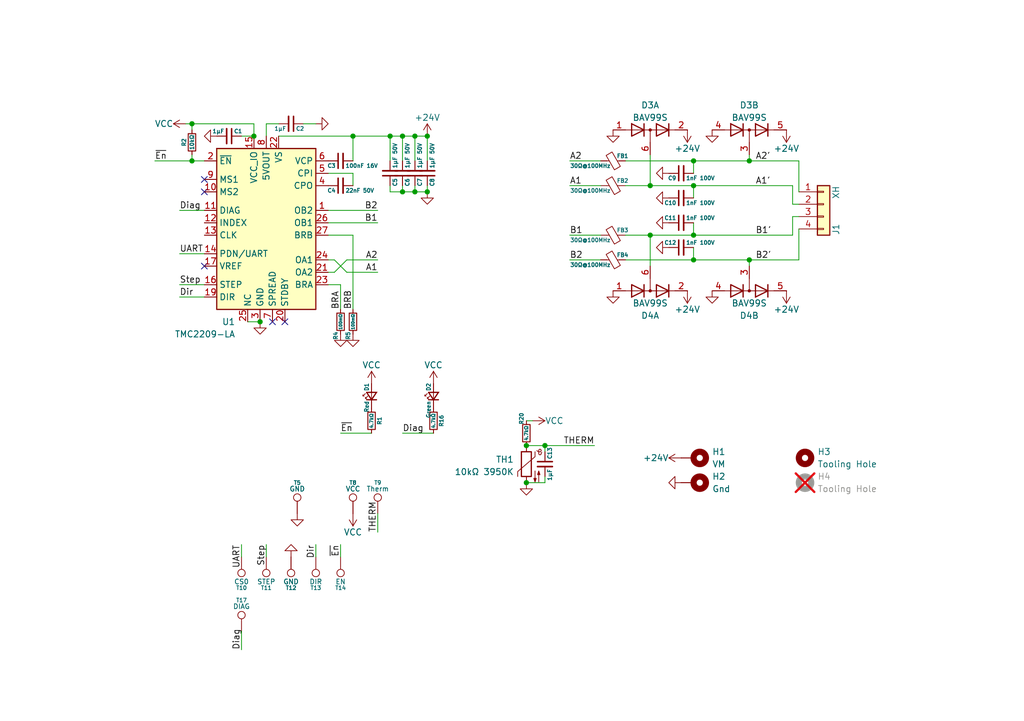
<source format=kicad_sch>
(kicad_sch (version 20231120) (generator "eeschema") (generator_version "8.0")
  (paper "A5")
  (lib_symbols
    (symbol "Connector:TestPoint" (pin_numbers hide) (pin_names (offset 0.762) hide)
      (property "Reference" "TP" (at 0 6.858 0))
      (property "Value" "TestPoint" (at 0 5.08 0))
      (symbol "TestPoint_0_1"
        (circle (center 0 3.302) (radius 0.762))
      )
      (symbol "TestPoint_1_1"
        (pin passive line (at 0 0 90) (length 2.54) (name "1") (number "1"))
      )
    )
    (symbol "Connector_Generic:Conn_01x04" (pin_names (offset 1.016) hide)
      (property "Reference" "J" (at 0 5.08 0))
      (property "Value" "Conn_01x04" (at 0 -7.62 0))
      (symbol "Conn_01x04_1_1"
        (rectangle (start -1.27 -4.953) (end 0 -5.207) (stroke (width 0.1524)))
        (rectangle (start -1.27 -2.413) (end 0 -2.667) (stroke (width 0.1524)))
        (rectangle (start -1.27 0.127) (end 0 -0.127) (stroke (width 0.1524)))
        (rectangle (start -1.27 2.667) (end 0 2.413) (stroke (width 0.1524)))
        (rectangle (start -1.27 3.81) (end 1.27 -6.35) (stroke (width 0.254)) (fill (type background)))
        (pin passive line (at -5.08 2.54 0) (length 3.81) (name "Pin_1") (number "1"))
        (pin passive line (at -5.08 0 0) (length 3.81) (name "Pin_2") (number "2"))
        (pin passive line (at -5.08 -2.54 0) (length 3.81) (name "Pin_3") (number "3"))
        (pin passive line (at -5.08 -5.08 0) (length 3.81) (name "Pin_4") (number "4"))
      )
    )
    (symbol "Device:C_Small" (pin_numbers hide) (pin_names (offset 0.254) hide)
      (property "Reference" "C" (at 0.254 1.778 0))
      (property "Value" "C_Small" (at 0.254 -2.032 0))
      (symbol "C_Small_0_1"
        (polyline (pts (xy -1.524 -0.508) (xy 1.524 -0.508)) (stroke (width 0.3302)))
        (polyline (pts (xy -1.524 0.508) (xy 1.524 0.508)) (stroke (width 0.3048)))
      )
      (symbol "C_Small_1_1"
        (pin passive line (at 0 2.54 270) (length 2.032) (name "~") (number "1"))
        (pin passive line (at 0 -2.54 90) (length 2.032) (name "~") (number "2"))
      )
    )
    (symbol "Device:FerriteBead_Small" (pin_numbers hide) (pin_names (offset 0))
      (property "Reference" "FB" (at 1.905 1.27 0))
      (property "Value" "FerriteBead_Small" (at 1.905 -1.27 0))
      (symbol "FerriteBead_Small_0_1"
        (polyline (pts (xy 0 -1.27) (xy 0 -0.7874)))
        (polyline (pts (xy 0 0.889) (xy 0 1.2954)))
        (polyline (pts (xy -1.8288 0.2794) (xy -1.1176 1.4986) (xy 1.8288 -0.2032) (xy 1.1176 -1.4224) (xy -1.8288 0.2794)))
      )
      (symbol "FerriteBead_Small_1_1"
        (pin passive line (at 0 2.54 270) (length 1.27) (name "~") (number "1"))
        (pin passive line (at 0 -2.54 90) (length 1.27) (name "~") (number "2"))
      )
    )
    (symbol "Device:LED_Small" (pin_numbers hide) (pin_names (offset 0.254) hide)
      (property "Reference" "D" (at -1.27 3.175 0))
      (property "Value" "LED_Small" (at -4.445 -2.54 0))
      (symbol "LED_Small_0_1"
        (polyline (pts (xy -0.762 -1.016) (xy -0.762 1.016)) (stroke (width 0.254)))
        (polyline (pts (xy 1.016 0) (xy -0.762 0)))
        (polyline (pts (xy 0.762 -1.016) (xy -0.762 0) (xy 0.762 1.016) (xy 0.762 -1.016)) (stroke (width 0.254)))
        (polyline (pts (xy 0 0.762) (xy -0.508 1.27) (xy -0.254 1.27) (xy -0.508 1.27) (xy -0.508 1.016)))
        (polyline (pts (xy 0.508 1.27) (xy 0 1.778) (xy 0.254 1.778) (xy 0 1.778) (xy 0 1.524)))
      )
      (symbol "LED_Small_1_1"
        (pin passive line (at -2.54 0 0) (length 1.778) (name "K") (number "1"))
        (pin passive line (at 2.54 0 180) (length 1.778) (name "A") (number "2"))
      )
    )
    (symbol "Device:R_Small" (pin_numbers hide) (pin_names (offset 0.254) hide)
      (property "Reference" "R" (at 0.762 0.508 0))
      (property "Value" "R_Small" (at 0.762 -1.016 0))
      (symbol "R_Small_0_1"
        (rectangle (start -0.762 1.778) (end 0.762 -1.778) (stroke (width 0.2032)))
      )
      (symbol "R_Small_1_1"
        (pin passive line (at 0 2.54 270) (length 0.762) (name "~") (number "1"))
        (pin passive line (at 0 -2.54 90) (length 0.762) (name "~") (number "2"))
      )
    )
    (symbol "Device:Thermistor_NTC" (pin_numbers hide) (pin_names (offset 0))
      (property "Reference" "TH" (at -4.445 0 90))
      (property "Value" "Thermistor_NTC" (at 3.175 0 90))
      (symbol "Thermistor_NTC_0_1"
        (arc (start -3.048 2.159) (mid -3.0495 2.3143) (end -3.175 2.413))
        (arc (start -3.048 2.159) (mid -2.9736 1.9794) (end -2.794 1.905))
        (arc (start -3.048 2.794) (mid -2.9736 2.6144) (end -2.794 2.54))
        (arc (start -2.794 1.905) (mid -2.6144 1.9794) (end -2.54 2.159))
        (arc (start -2.794 2.54) (mid -2.4393 2.5587) (end -2.159 2.794))
        (arc (start -2.794 3.048) (mid -2.9736 2.9736) (end -3.048 2.794))
        (arc (start -2.54 2.794) (mid -2.6144 2.9736) (end -2.794 3.048))
        (rectangle (start -1.016 2.54) (end 1.016 -2.54) (stroke (width 0.254)))
        (polyline (pts (xy -2.54 2.159) (xy -2.54 2.794)))
        (polyline (pts (xy -1.778 2.54) (xy -1.778 1.524) (xy 1.778 -1.524) (xy 1.778 -2.54)))
        (polyline (pts (xy -2.54 -3.683) (xy -2.54 -1.397) (xy -2.794 -2.159) (xy -2.286 -2.159) (xy -2.54 -1.397) (xy -2.54 -1.651)) (fill (type outline)))
        (polyline (pts (xy -1.778 -1.397) (xy -1.778 -3.683) (xy -2.032 -2.921) (xy -1.524 -2.921) (xy -1.778 -3.683) (xy -1.778 -3.429)) (fill (type outline)))
      )
      (symbol "Thermistor_NTC_1_1"
        (pin passive line (at 0 3.81 270) (length 1.27) (name "~") (number "1"))
        (pin passive line (at 0 -3.81 90) (length 1.27) (name "~") (number "2"))
      )
    )
    (symbol "Diode:BAV99S" (pin_names (offset 0.0254) hide)
      (property "Reference" "D" (at 0 2.54 0))
      (property "Value" "BAV99S" (at 0 5.08 0))
      (symbol "BAV99S_0_1"
        (polyline (pts (xy -5.08 0) (xy 5.08 0)))
        (polyline (pts (xy 0 0) (xy 0 -2.54)))
        (polyline (pts (xy -1.27 -1.27) (xy -1.27 1.27) (xy -1.27 1.27)) (stroke (width 0.254)))
        (polyline (pts (xy 3.81 1.27) (xy 3.81 -1.27) (xy 3.81 -1.27)) (stroke (width 0.254)))
        (polyline (pts (xy -3.81 1.27) (xy -1.27 0) (xy -3.81 -1.27) (xy -3.81 1.27) (xy -3.81 1.27) (xy -3.81 1.27)) (stroke (width 0.254)))
        (polyline (pts (xy 1.27 1.27) (xy 3.81 0) (xy 1.27 -1.27) (xy 1.27 1.27) (xy 1.27 1.27) (xy 1.27 1.27)) (stroke (width 0.254)))
        (circle (center 0 0) (radius 0.254) (fill (type outline)))
      )
      (symbol "BAV99S_1_1"
        (polyline (pts (xy 6.35 0) (xy 7.62 0)))
        (pin passive line (at -7.62 0 0) (length 2.54) (name "A1") (number "1"))
        (pin passive line (at 7.62 0 180) (length 2.54) (name "K2") (number "2"))
        (pin passive line (at 0 -5.08 90) (length 2.54) (name "K3A4") (number "6"))
      )
      (symbol "BAV99S_2_1"
        (polyline (pts (xy 6.35 0) (xy 7.62 0)))
        (pin passive line (at 0 -5.08 90) (length 2.54) (name "K1A2") (number "3"))
        (pin passive line (at -7.62 0 0) (length 2.54) (name "A3") (number "4"))
        (pin passive line (at 7.62 0 180) (length 2.54) (name "K4") (number "5"))
      )
    )
    (symbol "Mechanical:MountingHole" (pin_names (offset 1.016))
      (property "Reference" "H" (at 0 5.08 0))
      (property "Value" "MountingHole" (at 0 3.175 0))
      (symbol "MountingHole_0_1"
        (circle (center 0 0) (radius 1.27) (stroke (width 1.27)))
      )
    )
    (symbol "Mechanical:MountingHole_Pad" (pin_numbers hide) (pin_names (offset 1.016) hide)
      (property "Reference" "H" (at 0 6.35 0))
      (property "Value" "MountingHole_Pad" (at 0 4.445 0))
      (symbol "MountingHole_Pad_0_1"
        (circle (center 0 1.27) (radius 1.27) (stroke (width 1.27)))
      )
      (symbol "MountingHole_Pad_1_1"
        (pin input line (at 0 -2.54 90) (length 2.54) (name "1") (number "1"))
      )
    )
    (symbol "corevus:TMC2209-LA"
      (property "Reference" "U" (at -7.62 -19.05 0))
      (property "Value" "TMC2209-LA" (at -7.62 -21.59 0))
      (symbol "TMC2209-LA_0_0"
        (pin power_out line (at 12.7 3.81 180) (length 2.54) (name "OB2") (number "1"))
        (pin input line (at -12.7 7.62 0) (length 2.54) (name "MS2") (number "10"))
        (pin power_in line (at 12.7 -8.89 180) (length 2.54) (name "OA2") (number "21"))
        (pin power_in line (at 2.54 19.05 270) (length 2.54) (name "VS") (number "22"))
        (pin power_in line (at 12.7 -11.43 180) (length 2.54) (name "BRA") (number "23"))
        (pin power_in line (at 12.7 -6.35 180) (length 2.54) (name "OA1") (number "24"))
        (pin power_in line (at 12.7 1.27 180) (length 2.54) (name "OB1") (number "26"))
        (pin power_in line (at 12.7 -1.27 180) (length 2.54) (name "BRB") (number "27"))
        (pin power_out line (at 12.7 8.89 180) (length 2.54) (name "CPO") (number "4"))
        (pin power_in line (at 12.7 11.43 180) (length 2.54) (name "CPI") (number "5"))
        (pin power_in line (at 12.7 13.97 180) (length 2.54) (name "VCP") (number "6"))
        (pin input line (at -12.7 10.16 0) (length 2.54) (name "MS1") (number "9"))
      )
      (symbol "TMC2209-LA_0_1"
        (rectangle (start -10.16 16.51) (end 10.16 -16.51) (stroke (width 0.254)) (fill (type background)))
      )
      (symbol "TMC2209-LA_1_0"
        (pin output line (at -12.7 3.81 0) (length 2.54) (name "DIAG") (number "11"))
        (pin output line (at -12.7 1.27 0) (length 2.54) (name "INDEX") (number "12"))
        (pin input line (at -12.7 -1.27 0) (length 2.54) (name "CLK") (number "13"))
        (pin bidirectional line (at -12.7 -5.08 0) (length 2.54) (name "PDN/UART") (number "14"))
        (pin input line (at -2.54 19.05 270) (length 2.54) (name "VCC_IO") (number "15"))
        (pin input line (at -12.7 -11.43 0) (length 2.54) (name "STEP") (number "16"))
        (pin input line (at -12.7 -7.62 0) (length 2.54) (name "VREF") (number "17"))
        (pin power_in line (at -1.27 -19.05 90) (length 2.54) hide (name "Gnd") (number "18"))
        (pin input line (at -12.7 -13.97 0) (length 2.54) (name "DIR") (number "19"))
        (pin input line (at -12.7 13.97 0) (length 2.54) (name "~{EN}") (number "2"))
        (pin passive line (at 3.81 -19.05 90) (length 2.54) (name "STDBY") (number "20"))
        (pin passive line (at -3.81 -19.05 90) (length 2.54) (name "NC") (number "25"))
        (pin unspecified line (at 2.54 19.05 270) (length 2.54) hide (name "VS") (number "28"))
        (pin unspecified line (at -1.27 -19.05 90) (length 2.54) hide (name "Pad") (number "29"))
        (pin power_in line (at -1.27 -19.05 90) (length 2.54) (name "GND") (number "3"))
        (pin passive line (at 1.27 -19.05 90) (length 2.54) (name "SPREAD") (number "7"))
        (pin power_out line (at 0 19.05 270) (length 2.54) (name "5VOUT") (number "8"))
      )
    )
    (symbol "power:+24V" (power) (pin_numbers hide) (pin_names (offset 0) hide)
      (property "Value" "+24V" (at 0 3.556 0))
      (symbol "+24V_0_1"
        (polyline (pts (xy -0.762 1.27) (xy 0 2.54)))
        (polyline (pts (xy 0 0) (xy 0 2.54)))
        (polyline (pts (xy 0 2.54) (xy 0.762 1.27)))
      )
      (symbol "+24V_1_1"
        (pin power_in line (at 0 0 90) (length 0) (name "~") (number "1"))
      )
    )
    (symbol "power:GND" (power) (pin_names (offset 0))
      (property "Value" "GND" (at 0 -3.81 0))
      (symbol "GND_0_1"
        (polyline (pts (xy 0 0) (xy 0 -1.27) (xy 1.27 -1.27) (xy 0 -2.54) (xy -1.27 -1.27) (xy 0 -1.27)))
      )
      (symbol "GND_1_1"
        (pin power_in line (at 0 0 270) (length 0) hide (name "GND") (number "1"))
      )
    )
    (symbol "power:VCC" (power) (pin_names (offset 0))
      (property "Value" "VCC" (at 0 3.81 0))
      (symbol "VCC_0_1"
        (polyline (pts (xy -0.762 1.27) (xy 0 2.54)))
        (polyline (pts (xy 0 0) (xy 0 2.54)))
        (polyline (pts (xy 0 2.54) (xy 0.762 1.27)))
      )
      (symbol "VCC_1_1"
        (pin power_in line (at 0 0 90) (length 0) hide (name "VCC") (number "1"))
      )
    )
  )
  (junction (at 111.76 91.44))
  (junction (at 87.63 39.37))
  (junction (at 142.24 38.1))
  (junction (at 53.34 66.04))
  (junction (at 82.55 39.37))
  (junction (at 153.67 53.34))
  (junction (at 39.37 33.02))
  (junction (at 52.07 27.94))
  (junction (at 107.95 91.44))
  (junction (at 80.01 27.94))
  (junction (at 142.24 33.02))
  (junction (at 133.35 48.26))
  (junction (at 87.63 27.94))
  (junction (at 82.55 27.94))
  (junction (at 85.09 27.94))
  (junction (at 85.09 39.37))
  (junction (at 153.67 33.02))
  (junction (at 107.95 99.06))
  (junction (at 142.24 48.26))
  (junction (at 72.39 27.94))
  (junction (at 39.37 25.4))
  (junction (at 142.24 53.34))
  (junction (at 133.35 38.1))
  (no_connect (at 58.42 66.04))
  (no_connect (at 41.91 54.61))
  (no_connect (at 41.91 39.37))
  (no_connect (at 55.88 66.04))
  (no_connect (at 41.91 36.83))
  (wire (pts (xy 133.35 48.26) (xy 142.24 48.26)))
  (wire (pts (xy 111.76 91.44) (xy 111.76 92.71)))
  (wire (pts (xy 31.75 33.02) (xy 39.37 33.02)))
  (wire (pts (xy 38.1 25.4) (xy 39.37 25.4)))
  (wire (pts (xy 67.31 45.72) (xy 77.47 45.72)))
  (wire (pts (xy 162.56 48.26) (xy 162.56 44.45)))
  (wire (pts (xy 50.8 66.04) (xy 53.34 66.04)))
  (wire (pts (xy 111.76 91.44) (xy 121.92 91.44)))
  (wire (pts (xy 67.31 35.56) (xy 72.39 35.56)))
  (wire (pts (xy 128.27 53.34) (xy 142.24 53.34)))
  (wire (pts (xy 85.09 27.94) (xy 87.63 27.94)))
  (wire (pts (xy 39.37 26.67) (xy 39.37 25.4)))
  (wire (pts (xy 68.58 53.34) (xy 71.12 55.88)))
  (wire (pts (xy 133.35 31.75) (xy 133.35 38.1)))
  (wire (pts (xy 54.61 25.4) (xy 54.61 27.94)))
  (wire (pts (xy 67.31 58.42) (xy 69.85 58.42)))
  (wire (pts (xy 39.37 25.4) (xy 52.07 25.4)))
  (wire (pts (xy 82.55 39.37) (xy 85.09 39.37)))
  (wire (pts (xy 116.84 48.26) (xy 123.19 48.26)))
  (wire (pts (xy 163.83 46.99) (xy 163.83 53.34)))
  (wire (pts (xy 69.85 58.42) (xy 69.85 63.5)))
  (wire (pts (xy 54.61 111.76) (xy 54.61 114.3)))
  (wire (pts (xy 72.39 35.56) (xy 72.39 38.1)))
  (wire (pts (xy 142.24 33.02) (xy 142.24 35.56)))
  (wire (pts (xy 54.61 25.4) (xy 57.15 25.4)))
  (wire (pts (xy 80.01 27.94) (xy 80.01 33.02)))
  (wire (pts (xy 142.24 38.1) (xy 162.56 38.1)))
  (wire (pts (xy 52.07 25.4) (xy 52.07 27.94)))
  (wire (pts (xy 142.24 45.72) (xy 142.24 48.26)))
  (wire (pts (xy 80.01 39.37) (xy 80.01 38.1)))
  (wire (pts (xy 109.22 86.36) (xy 107.95 86.36)))
  (wire (pts (xy 71.12 53.34) (xy 68.58 55.88)))
  (wire (pts (xy 67.31 43.18) (xy 77.47 43.18)))
  (wire (pts (xy 49.53 133.35) (xy 49.53 129.54)))
  (wire (pts (xy 162.56 44.45) (xy 163.83 44.45)))
  (wire (pts (xy 116.84 33.02) (xy 123.19 33.02)))
  (wire (pts (xy 36.83 60.96) (xy 41.91 60.96)))
  (wire (pts (xy 87.63 38.1) (xy 87.63 39.37)))
  (wire (pts (xy 142.24 50.8) (xy 142.24 53.34)))
  (wire (pts (xy 111.76 91.44) (xy 107.95 91.44)))
  (wire (pts (xy 82.55 39.37) (xy 80.01 39.37)))
  (wire (pts (xy 82.55 27.94) (xy 85.09 27.94)))
  (wire (pts (xy 107.95 99.06) (xy 111.76 99.06)))
  (wire (pts (xy 116.84 53.34) (xy 123.19 53.34)))
  (wire (pts (xy 72.39 33.02) (xy 72.39 27.94)))
  (wire (pts (xy 85.09 27.94) (xy 85.09 33.02)))
  (wire (pts (xy 162.56 41.91) (xy 162.56 38.1)))
  (wire (pts (xy 64.77 25.4) (xy 62.23 25.4)))
  (wire (pts (xy 153.67 33.02) (xy 163.83 33.02)))
  (wire (pts (xy 128.27 48.26) (xy 133.35 48.26)))
  (wire (pts (xy 72.39 27.94) (xy 80.01 27.94)))
  (wire (pts (xy 142.24 33.02) (xy 153.67 33.02)))
  (wire (pts (xy 133.35 48.26) (xy 133.35 54.61)))
  (wire (pts (xy 39.37 33.02) (xy 41.91 33.02)))
  (wire (pts (xy 67.31 48.26) (xy 72.39 48.26)))
  (wire (pts (xy 67.31 55.88) (xy 68.58 55.88)))
  (wire (pts (xy 82.55 27.94) (xy 80.01 27.94)))
  (wire (pts (xy 133.35 38.1) (xy 142.24 38.1)))
  (wire (pts (xy 82.55 88.9) (xy 88.9 88.9)))
  (wire (pts (xy 71.12 55.88) (xy 77.47 55.88)))
  (wire (pts (xy 64.77 111.76) (xy 64.77 114.3)))
  (wire (pts (xy 153.67 53.34) (xy 153.67 54.61)))
  (wire (pts (xy 67.31 53.34) (xy 68.58 53.34)))
  (wire (pts (xy 82.55 27.94) (xy 82.55 33.02)))
  (wire (pts (xy 87.63 39.37) (xy 85.09 39.37)))
  (wire (pts (xy 142.24 38.1) (xy 142.24 40.64)))
  (wire (pts (xy 85.09 38.1) (xy 85.09 39.37)))
  (wire (pts (xy 36.83 43.18) (xy 41.91 43.18)))
  (wire (pts (xy 72.39 48.26) (xy 72.39 63.5)))
  (wire (pts (xy 69.85 111.76) (xy 69.85 114.3)))
  (wire (pts (xy 82.55 38.1) (xy 82.55 39.37)))
  (wire (pts (xy 57.15 27.94) (xy 72.39 27.94)))
  (wire (pts (xy 69.85 88.9) (xy 76.2 88.9)))
  (wire (pts (xy 116.84 38.1) (xy 123.19 38.1)))
  (wire (pts (xy 111.76 97.79) (xy 111.76 99.06)))
  (wire (pts (xy 128.27 38.1) (xy 133.35 38.1)))
  (wire (pts (xy 49.53 111.76) (xy 49.53 114.3)))
  (wire (pts (xy 36.83 58.42) (xy 41.91 58.42)))
  (wire (pts (xy 87.63 27.94) (xy 87.63 33.02)))
  (wire (pts (xy 153.67 53.34) (xy 163.83 53.34)))
  (wire (pts (xy 163.83 39.37) (xy 163.83 33.02)))
  (wire (pts (xy 77.47 109.22) (xy 77.47 105.41)))
  (wire (pts (xy 163.83 41.91) (xy 162.56 41.91)))
  (wire (pts (xy 142.24 48.26) (xy 162.56 48.26)))
  (wire (pts (xy 39.37 31.75) (xy 39.37 33.02)))
  (wire (pts (xy 128.27 33.02) (xy 142.24 33.02)))
  (wire (pts (xy 36.83 52.07) (xy 41.91 52.07)))
  (wire (pts (xy 142.24 53.34) (xy 153.67 53.34)))
  (wire (pts (xy 49.53 27.94) (xy 52.07 27.94)))
  (wire (pts (xy 71.12 53.34) (xy 77.47 53.34)))
  (wire (pts (xy 153.67 31.75) (xy 153.67 33.02)))
  (label "Diag" (at 49.53 133.35 90))
  (label "B2" (at 116.84 53.34 0))
  (label "A1" (at 77.47 55.88 180))
  (label "B1" (at 116.84 48.26 0))
  (label "A2" (at 116.84 33.02 0))
  (label "Dir" (at 64.77 111.76 270))
  (label "UART" (at 49.53 111.76 270))
  (label "Diag" (at 36.83 43.18 0))
  (label "~{En}" (at 69.85 111.76 270))
  (label "B2'" (at 154.94 53.34 0))
  (label "A2'" (at 154.94 33.02 0))
  (label "~{En}" (at 31.75 33.02 0))
  (label "THERM" (at 121.92 91.44 180))
  (label "Dir" (at 36.83 60.96 0))
  (label "~{En}" (at 69.85 88.9 0))
  (label "BRA" (at 69.85 63.5 90))
  (label "A2" (at 77.47 53.34 180))
  (label "B2" (at 77.47 43.18 180))
  (label "B1'" (at 154.94 48.26 0))
  (label "A1" (at 116.84 38.1 0))
  (label "THERM" (at 77.47 109.22 90))
  (label "Step" (at 54.61 111.76 270))
  (label "Step" (at 36.83 58.42 0))
  (label "Diag" (at 82.55 88.9 0))
  (label "A1'" (at 154.94 38.1 0))
  (label "UART" (at 36.83 52.07 0))
  (label "BRB" (at 72.39 63.5 90))
  (label "B1" (at 77.47 45.72 180))
  (symbol (lib_id "Device:C_Small") (at 59.69 25.4 270) (mirror x) (unit 1)
    (property "Reference" "C2" (at 60.69 26.4 90) (effects (font (size 0.8 0.8)) (justify left)))
    (property "Value" "1μF" (at 58.69 26.4 90) (effects (font (size 0.8 0.8)) (justify right)))
    (property "Footprint" "AlphaLib:0402C" (effects (hide yes)))
    (property "LCSC" "C1525" (effects (hide yes)))
  )
  (symbol (lib_id "Connector:TestPoint") (at 59.69 114.3 0) (mirror x) (unit 1)
    (property "Reference" "T12" (at 59.69 120.65 0) (effects (font (size 0.8 0.8))))
    (property "Value" "GND" (at 59.69 119.38 0) (effects (font (size 1 1))))
    (property "Footprint" "corevus:LGA_Land_2.5mm" (effects (hide yes)))
  )
  (symbol (lib_id "power:VCC") (at 88.9 78.74 0) (unit 1)
    (property "Reference" "#PWR031" (effects (hide yes)))
    (property "Value" "VCC" (at 88.9 74.93 0))
  )
  (symbol (lib_id "power:GND") (at 107.95 99.06 0) (unit 1)
    (property "Reference" "#PWR044" (effects (hide yes)))
    (property "Value" "GND" (effects (hide yes)))
  )
  (symbol (lib_id "power:+24V") (at 140.97 26.67 180) (unit 1)
    (property "Reference" "#PWR018" (effects (hide yes)))
    (property "Value" "+24V" (at 140.97 30.48 0))
    (property "Description" "Power symbol creates a global label with name \"+24V\"" (effects (hide yes)))
  )
  (symbol (lib_id "Diode:BAV99S") (at 153.67 26.67 0) (unit 2)
    (property "Reference" "D3" (at 153.67 21.59 0))
    (property "Value" "BAV99S" (at 153.67 24.13 0))
    (property "Footprint" "Package_TO_SOT_SMD:SOT-363_SC-70-6" (effects (hide yes)))
    (property "Datasheet" "https://assets.nexperia.com/documents/data-sheet/BAV99_SER.pdf" (effects (hide yes)))
    (property "Description" "High-speed switching diodes, dual series, SOT-363" (effects (hide yes)))
  )
  (symbol (lib_id "Device:C_Small") (at 82.55 35.56 180) (unit 1)
    (property "Reference" "C6" (at 83.55 36.56 90) (effects (font (size 0.8 0.8)) (justify left)))
    (property "Value" "1μF 50V" (at 83.55 34.56 90) (effects (font (size 0.8 0.8)) (justify right)))
    (property "Footprint" "AlphaLib:0603C" (effects (hide yes)))
    (property "LCSC" "C15849" (effects (hide yes)))
  )
  (symbol (lib_id "Connector:TestPoint") (at 54.61 114.3 0) (mirror x) (unit 1)
    (property "Reference" "T11" (at 54.61 120.65 0) (effects (font (size 0.8 0.8))))
    (property "Value" "STEP" (at 54.61 119.38 0) (effects (font (size 1 1))))
    (property "Footprint" "corevus:LGA_Land_2.5mm" (effects (hide yes)))
  )
  (symbol (lib_id "Connector_Generic:Conn_01x04") (at 168.91 41.91 0) (unit 1)
    (property "Reference" "J1" (at 171.45 48.26 90) (effects (justify left)))
    (property "Value" "XH" (at 171.45 38.1 90) (effects (justify right)))
    (property "Footprint" "corevus:XH_1x04_SMD_Vertical" (effects (hide yes)))
    (property "Description" "Generic connector, single row, 01x04, script generated (kicad-library-utils/schlib/autogen/connector/)" (effects (hide yes)))
  )
  (symbol (lib_id "Connector:TestPoint") (at 64.77 114.3 0) (mirror x) (unit 1)
    (property "Reference" "T13" (at 64.77 120.65 0) (effects (font (size 0.8 0.8))))
    (property "Value" "DIR" (at 64.77 119.38 0) (effects (font (size 1 1))))
    (property "Footprint" "corevus:LGA_Land_2.5mm" (effects (hide yes)))
  )
  (symbol (lib_id "power:GND") (at 44.45 27.94 270) (unit 1)
    (property "Reference" "#PWR01" (effects (hide yes)))
    (property "Value" "GND" (effects (hide yes)))
  )
  (symbol (lib_id "power:GND") (at 60.96 105.41 0) (unit 1)
    (property "Reference" "#PWR015" (effects (hide yes)))
    (property "Value" "GND" (effects (hide yes)))
  )
  (symbol (lib_id "Diode:BAV99S") (at 133.35 59.69 0) (mirror x) (unit 1)
    (property "Reference" "D4" (at 133.35 64.77 0))
    (property "Value" "BAV99S" (at 133.35 62.23 0))
    (property "Footprint" "Package_TO_SOT_SMD:SOT-363_SC-70-6" (effects (hide yes)))
    (property "Datasheet" "https://assets.nexperia.com/documents/data-sheet/BAV99_SER.pdf" (effects (hide yes)))
    (property "Description" "High-speed switching diodes, dual series, SOT-363" (effects (hide yes)))
  )
  (symbol (lib_id "power:GND") (at 64.77 25.4 90) (mirror x) (unit 1)
    (property "Reference" "#PWR03" (effects (hide yes)))
    (property "Value" "GND" (effects (hide yes)))
  )
  (symbol (lib_id "Device:R_Small") (at 76.2 86.36 0) (mirror y) (unit 1)
    (property "Reference" "R1" (at 77.83 86.36 90) (effects (font (size 0.8 0.8))))
    (property "Value" "4.7kΩ" (at 76.2 86.36 90) (effects (font (size 0.7 0.7))))
    (property "Footprint" "AlphaLib:0402R" (effects (hide yes)))
  )
  (symbol (lib_id "Connector:TestPoint") (at 49.53 129.54 0) (unit 1)
    (property "Reference" "T17" (at 49.53 123.19 0) (effects (font (size 0.8 0.8))))
    (property "Value" "DIAG" (at 49.53 124.46 0) (effects (font (size 1 1))))
    (property "Footprint" "corevus:LGA_Land_2.5mm" (effects (hide yes)))
  )
  (symbol (lib_id "power:VCC") (at 76.2 78.74 0) (unit 1)
    (property "Reference" "#PWR022" (effects (hide yes)))
    (property "Value" "VCC" (at 76.2 74.93 0))
  )
  (symbol (lib_id "power:GND") (at 125.73 59.69 0) (unit 1)
    (property "Reference" "#PWR011" (effects (hide yes)))
    (property "Value" "GND" (effects (hide yes)))
  )
  (symbol (lib_id "Device:R_Small") (at 39.37 29.21 0) (unit 1)
    (property "Reference" "R2" (at 37.74 29.21 90) (effects (font (size 0.8 0.8))))
    (property "Value" "10kΩ" (at 39.37 29.21 90) (effects (font (size 0.8 0.8))))
    (property "Footprint" "AlphaLib:0402R" (effects (hide yes)))
  )
  (symbol (lib_id "Diode:BAV99S") (at 133.35 26.67 0) (unit 1)
    (property "Reference" "D3" (at 133.35 21.59 0))
    (property "Value" "BAV99S" (at 133.35 24.13 0))
    (property "Footprint" "Package_TO_SOT_SMD:SOT-363_SC-70-6" (effects (hide yes)))
    (property "Datasheet" "https://assets.nexperia.com/documents/data-sheet/BAV99_SER.pdf" (effects (hide yes)))
    (property "Description" "High-speed switching diodes, dual series, SOT-363" (effects (hide yes)))
  )
  (symbol (lib_id "power:+24V") (at 140.97 59.69 180) (unit 1)
    (property "Reference" "#PWR020" (effects (hide yes)))
    (property "Value" "+24V" (at 140.97 63.5 0))
    (property "Description" "Power symbol creates a global label with name \"+24V\"" (effects (hide yes)))
  )
  (symbol (lib_id "power:+24V") (at 161.29 26.67 180) (unit 1)
    (property "Reference" "#PWR026" (effects (hide yes)))
    (property "Value" "+24V" (at 161.29 30.48 0))
    (property "Description" "Power symbol creates a global label with name \"+24V\"" (effects (hide yes)))
  )
  (symbol (lib_id "Device:R_Small") (at 88.9 86.36 0) (mirror y) (unit 1)
    (property "Reference" "R16" (at 90.53 86.36 90) (effects (font (size 0.8 0.8))))
    (property "Value" "4.7kΩ" (at 88.9 86.36 90) (effects (font (size 0.7 0.7))))
    (property "Footprint" "AlphaLib:0402R" (effects (hide yes)))
  )
  (symbol (lib_id "Device:Thermistor_NTC") (at 107.95 95.25 0) (mirror y) (unit 1)
    (property "Reference" "TH1" (at 105.41 94.2975 0) (effects (justify left)))
    (property "Value" "10kΩ 3950K" (at 105.41 96.8375 0) (effects (justify left)))
    (property "Footprint" "AlphaLib:0402R" (effects (hide yes)))
  )
  (symbol (lib_id "power:+24V") (at 87.63 27.94 0) (unit 1)
    (property "Reference" "#PWR08" (effects (hide yes)))
    (property "Value" "+24V" (at 87.63 24.13 0))
    (property "Description" "Power symbol creates a global label with name \"+24V\"" (effects (hide yes)))
  )
  (symbol (lib_id "Connector:TestPoint") (at 69.85 114.3 0) (mirror x) (unit 1)
    (property "Reference" "T14" (at 69.85 120.65 0) (effects (font (size 0.8 0.8))))
    (property "Value" "EN" (at 69.85 119.38 0) (effects (font (size 1 1))))
    (property "Footprint" "corevus:LGA_Land_2.5mm" (effects (hide yes)))
  )
  (symbol (lib_id "power:VCC") (at 72.39 105.41 180) (unit 1)
    (property "Reference" "#PWR019" (effects (hide yes)))
    (property "Value" "VCC" (at 72.39 109.22 0))
  )
  (symbol (lib_id "power:+24V") (at 139.7 93.98 90) (unit 1)
    (property "Reference" "#PWR09" (effects (hide yes)))
    (property "Value" "+24V" (at 137.16 93.98 90) (effects (justify left)))
    (property "Description" "Power symbol creates a global label with name \"+24V\"" (effects (hide yes)))
  )
  (symbol (lib_id "Device:C_Small") (at 80.01 35.56 180) (unit 1)
    (property "Reference" "C5" (at 81.01 36.56 90) (effects (font (size 0.8 0.8)) (justify left)))
    (property "Value" "1μF 50V" (at 81.01 34.56 90) (effects (font (size 0.8 0.8)) (justify right)))
    (property "Footprint" "AlphaLib:0603C" (effects (hide yes)))
    (property "LCSC" "C15849" (effects (hide yes)))
  )
  (symbol (lib_id "Device:FerriteBead_Small") (at 125.73 38.1 270) (mirror x) (unit 1)
    (property "Reference" "FB2" (at 126.492 37.084 90) (effects (font (size 0.8 0.8)) (justify left)))
    (property "Value" "30Ω@100MHz" (at 125.222 39.116 90) (effects (font (size 0.8 0.8)) (justify right)))
    (property "Footprint" "Resistor_SMD:R_0805_2012Metric" (effects (hide yes)))
    (property "Description" "Ferrite bead, small symbol" (effects (hide yes)))
  )
  (symbol (lib_id "Device:LED_Small") (at 76.2 81.28 90) (unit 1)
    (property "Reference" "D1" (at 75.2 80.28 0) (effects (font (size 0.8 0.8)) (justify left)))
    (property "Value" "Red" (at 75.2 82.28 0) (effects (font (size 0.8 0.8)) (justify right)))
    (property "Footprint" "AlphaLib:0402LED" (effects (hide yes)))
  )
  (symbol (lib_id "power:GND") (at 72.39 68.58 0) (mirror y) (unit 1)
    (property "Reference" "#PWR05" (effects (hide yes)))
    (property "Value" "GND" (effects (hide yes)))
  )
  (symbol (lib_id "Device:FerriteBead_Small") (at 125.73 33.02 270) (mirror x) (unit 1)
    (property "Reference" "FB1" (at 126.492 32.004 90) (effects (font (size 0.8 0.8)) (justify left)))
    (property "Value" "30Ω@100MHz" (at 125.222 34.036 90) (effects (font (size 0.8 0.8)) (justify right)))
    (property "Footprint" "Resistor_SMD:R_0805_2012Metric" (effects (hide yes)))
    (property "Description" "Ferrite bead, small symbol" (effects (hide yes)))
  )
  (symbol (lib_id "Connector:TestPoint") (at 49.53 114.3 180) (unit 1)
    (property "Reference" "T10" (at 49.53 120.65 0) (effects (font (size 0.8 0.8))))
    (property "Value" "CS0" (at 49.53 119.38 0) (effects (font (size 1 1))))
    (property "Footprint" "corevus:LGA_Land_2.5mm" (effects (hide yes)))
  )
  (symbol (lib_id "power:+24V") (at 161.29 59.69 180) (unit 1)
    (property "Reference" "#PWR024" (effects (hide yes)))
    (property "Value" "+24V" (at 161.29 63.5 0))
    (property "Description" "Power symbol creates a global label with name \"+24V\"" (effects (hide yes)))
  )
  (symbol (lib_id "power:GND") (at 137.16 45.72 270) (mirror x) (unit 1)
    (property "Reference" "#PWR016" (effects (hide yes)))
    (property "Value" "GND" (effects (hide yes)))
  )
  (symbol (lib_id "Device:C_Small") (at 111.76 95.25 0) (mirror y) (unit 1)
    (property "Reference" "C13" (at 112.76 94.25 90) (effects (font (size 0.8 0.8)) (justify left)))
    (property "Value" "1μF" (at 112.76 96.25 90) (effects (font (size 0.8 0.8)) (justify right)))
    (property "Footprint" "AlphaLib:0402C" (effects (hide yes)))
  )
  (symbol (lib_id "power:GND") (at 87.63 39.37 0) (unit 1)
    (property "Reference" "#PWR06" (effects (hide yes)))
    (property "Value" "GND" (effects (hide yes)))
  )
  (symbol (lib_id "Device:C_Small") (at 46.99 27.94 270) (unit 1)
    (property "Reference" "C1" (at 47.99 26.94 90) (effects (font (size 0.8 0.8)) (justify left)))
    (property "Value" "1μF" (at 45.99 26.94 90) (effects (font (size 0.8 0.8)) (justify right)))
    (property "Footprint" "AlphaLib:0402C" (effects (hide yes)))
    (property "LCSC" "C1525" (effects (hide yes)))
  )
  (symbol (lib_id "power:GND") (at 69.85 68.58 0) (mirror y) (unit 1)
    (property "Reference" "#PWR04" (effects (hide yes)))
    (property "Value" "GND" (effects (hide yes)))
  )
  (symbol (lib_id "power:GND") (at 137.16 40.64 270) (mirror x) (unit 1)
    (property "Reference" "#PWR014" (effects (hide yes)))
    (property "Value" "GND" (effects (hide yes)))
  )
  (symbol (lib_id "power:VCC") (at 38.1 25.4 90) (unit 1)
    (property "Reference" "#PWR07" (effects (hide yes)))
    (property "Value" "VCC" (at 35.56 25.4 90) (effects (justify left)))
  )
  (symbol (lib_id "Mechanical:MountingHole") (at 165.1 99.06 0) (unit 1) (in_bom no) (on_board no) (dnp yes)
    (property "Reference" "H4" (at 167.64 97.7899 0) (effects (justify left)))
    (property "Value" "Tooling Hole" (at 167.64 100.3299 0) (effects (justify left)))
    (property "Footprint" "corevus:ToolingHole" (effects (hide yes)))
  )
  (symbol (lib_id "power:GND") (at 137.16 35.56 270) (mirror x) (unit 1)
    (property "Reference" "#PWR012" (effects (hide yes)))
    (property "Value" "GND" (effects (hide yes)))
  )
  (symbol (lib_id "power:GND") (at 53.34 66.04 0) (unit 1)
    (property "Reference" "#PWR02" (effects (hide yes)))
    (property "Value" "GND" (effects (hide yes)))
  )
  (symbol (lib_id "Mechanical:MountingHole_Pad") (at 142.24 93.98 270) (unit 1) (in_bom no)
    (property "Reference" "H1" (at 146.05 92.71 90) (effects (justify left)))
    (property "Value" "VM" (at 146.05 95.25 90) (effects (justify left)))
    (property "Footprint" "corevus:MountingHole_M3_Driver_Corner" (effects (hide yes)))
  )
  (symbol (lib_id "Mechanical:MountingHole_Pad") (at 142.24 99.06 270) (unit 1) (in_bom no)
    (property "Reference" "H2" (at 146.05 97.79 90) (effects (justify left)))
    (property "Value" "Gnd" (at 146.05 100.33 90) (effects (justify left)))
    (property "Footprint" "corevus:MountingHole_M3_Driver_Corner" (effects (hide yes)))
  )
  (symbol (lib_id "power:GND") (at 59.69 114.3 0) (mirror x) (unit 1)
    (property "Reference" "#PWR013" (effects (hide yes)))
    (property "Value" "GND" (effects (hide yes)))
  )
  (symbol (lib_id "Device:R_Small") (at 107.95 88.9 180) (unit 1)
    (property "Reference" "R20" (at 106.95 85.9 90) (effects (font (size 0.8 0.8))))
    (property "Value" "4.7kΩ" (at 107.95 88.9 90) (effects (font (size 0.7 0.7))))
    (property "Footprint" "AlphaLib:0402R" (effects (hide yes)))
  )
  (symbol (lib_id "Device:FerriteBead_Small") (at 125.73 53.34 270) (mirror x) (unit 1)
    (property "Reference" "FB4" (at 126.492 52.324 90) (effects (font (size 0.8 0.8)) (justify left)))
    (property "Value" "30Ω@100MHz" (at 125.222 54.356 90) (effects (font (size 0.8 0.8)) (justify right)))
    (property "Footprint" "Resistor_SMD:R_0805_2012Metric" (effects (hide yes)))
    (property "Description" "Ferrite bead, small symbol" (effects (hide yes)))
  )
  (symbol (lib_id "Device:C_Small") (at 69.85 33.02 90) (unit 1)
    (property "Reference" "C3" (at 68.85 34.02 90) (effects (font (size 0.8 0.8)) (justify left)))
    (property "Value" "100nF 16V" (at 70.85 34.02 90) (effects (font (size 0.8 0.8)) (justify right)))
    (property "Footprint" "AlphaLib:0402C" (effects (hide yes)))
    (property "LCSC" "C1525" (effects (hide yes)))
  )
  (symbol (lib_id "Device:C_Small") (at 139.7 50.8 90) (mirror x) (unit 1)
    (property "Reference" "C12" (at 138.7 49.8 90) (effects (font (size 0.8 0.8)) (justify left)))
    (property "Value" "1nF 100V" (at 140.7 49.8 90) (effects (font (size 0.8 0.8)) (justify right)))
    (property "Footprint" "PCM_ME_passives:0402C" (effects (hide yes)))
  )
  (symbol (lib_id "Device:C_Small") (at 139.7 40.64 90) (unit 1)
    (property "Reference" "C10" (at 138.7 41.64 90) (effects (font (size 0.8 0.8)) (justify left)))
    (property "Value" "1nF 100V" (at 140.7 41.64 90) (effects (font (size 0.8 0.8)) (justify right)))
    (property "Footprint" "PCM_ME_passives:0402C" (effects (hide yes)))
  )
  (symbol (lib_id "Diode:BAV99S") (at 153.67 59.69 0) (mirror x) (unit 2)
    (property "Reference" "D4" (at 153.67 64.77 0))
    (property "Value" "BAV99S" (at 153.67 62.23 0))
    (property "Footprint" "Package_TO_SOT_SMD:SOT-363_SC-70-6" (effects (hide yes)))
    (property "Datasheet" "https://assets.nexperia.com/documents/data-sheet/BAV99_SER.pdf" (effects (hide yes)))
    (property "Description" "High-speed switching diodes, dual series, SOT-363" (effects (hide yes)))
  )
  (symbol (lib_id "Mechanical:MountingHole") (at 165.1 93.98 0) (unit 1) (in_bom no)
    (property "Reference" "H3" (at 167.64 92.7099 0) (effects (justify left)))
    (property "Value" "Tooling Hole" (at 167.64 95.2499 0) (effects (justify left)))
    (property "Footprint" "corevus:ToolingHole" (effects (hide yes)))
  )
  (symbol (lib_id "Device:C_Small") (at 139.7 45.72 90) (mirror x) (unit 1)
    (property "Reference" "C11" (at 138.7 44.72 90) (effects (font (size 0.8 0.8)) (justify left)))
    (property "Value" "1nF 100V" (at 140.7 44.72 90) (effects (font (size 0.8 0.8)) (justify right)))
    (property "Footprint" "PCM_ME_passives:0402C" (effects (hide yes)))
  )
  (symbol (lib_id "Device:FerriteBead_Small") (at 125.73 48.26 270) (mirror x) (unit 1)
    (property "Reference" "FB3" (at 126.492 47.244 90) (effects (font (size 0.8 0.8)) (justify left)))
    (property "Value" "30Ω@100MHz" (at 125.222 49.276 90) (effects (font (size 0.8 0.8)) (justify right)))
    (property "Footprint" "Resistor_SMD:R_0805_2012Metric" (effects (hide yes)))
    (property "Description" "Ferrite bead, small symbol" (effects (hide yes)))
  )
  (symbol (lib_id "power:VCC") (at 109.22 86.36 270) (mirror x) (unit 1)
    (property "Reference" "#PWR045" (effects (hide yes)))
    (property "Value" "VCC" (at 111.76 86.36 90) (effects (justify left)))
  )
  (symbol (lib_id "Device:LED_Small") (at 88.9 81.28 90) (unit 1)
    (property "Reference" "D2" (at 87.9 80.28 0) (effects (font (size 0.8 0.8)) (justify left)))
    (property "Value" "Green" (at 87.9 82.28 0) (effects (font (size 0.8 0.8)) (justify right)))
    (property "Footprint" "AlphaLib:0402LED" (effects (hide yes)))
  )
  (symbol (lib_id "corevus:TMC2209-LA") (at 54.61 46.99 0) (unit 1)
    (property "Reference" "U1" (at 48.26 66.04 0) (effects (justify right)))
    (property "Value" "TMC2209-LA" (at 48.26 68.58 0) (effects (justify right)))
    (property "Footprint" "corevus:TMC220x" (effects (hide yes)))
  )
  (symbol (lib_id "Connector:TestPoint") (at 77.47 105.41 0) (unit 1)
    (property "Reference" "T9" (at 77.47 99.06 0) (effects (font (size 0.8 0.8))))
    (property "Value" "Therm" (at 77.47 100.33 0) (effects (font (size 1 1))))
    (property "Footprint" "corevus:LGA_Land_2.5mm" (effects (hide yes)))
  )
  (symbol (lib_id "power:GND") (at 139.7 99.06 270) (unit 1)
    (property "Reference" "#PWR029" (effects (hide yes)))
    (property "Value" "GND" (effects (hide yes)))
  )
  (symbol (lib_id "Device:R_Small") (at 69.85 66.04 0) (mirror y) (unit 1)
    (property "Reference" "R4" (at 68.85 68.04 90) (effects (font (size 0.8 0.8)) (justify right)))
    (property "Value" "100mΩ" (at 69.85 66.04 90) (effects (font (size 0.6 0.6))))
    (property "Footprint" "Resistor_SMD:R_0805_2012Metric" (effects (hide yes)))
    (property "LCSC" "C382279" (effects (hide yes)))
  )
  (symbol (lib_id "power:GND") (at 146.05 59.69 0) (unit 1)
    (property "Reference" "#PWR023" (effects (hide yes)))
    (property "Value" "GND" (effects (hide yes)))
  )
  (symbol (lib_id "Device:C_Small") (at 85.09 35.56 180) (unit 1)
    (property "Reference" "C7" (at 86.09 36.56 90) (effects (font (size 0.8 0.8)) (justify left)))
    (property "Value" "1μF 50V" (at 86.09 34.56 90) (effects (font (size 0.8 0.8)) (justify right)))
    (property "Footprint" "AlphaLib:0603C" (effects (hide yes)))
    (property "LCSC" "C15849" (effects (hide yes)))
  )
  (symbol (lib_id "Device:R_Small") (at 72.39 66.04 0) (mirror y) (unit 1)
    (property "Reference" "R5" (at 71.39 68.04 90) (effects (font (size 0.8 0.8)) (justify right)))
    (property "Value" "100mΩ" (at 72.39 66.04 90) (effects (font (size 0.6 0.6))))
    (property "Footprint" "Resistor_SMD:R_0805_2012Metric" (effects (hide yes)))
    (property "LCSC" "C382279" (effects (hide yes)))
  )
  (symbol (lib_id "Device:C_Small") (at 87.63 35.56 180) (unit 1)
    (property "Reference" "C8" (at 88.63 36.56 90) (effects (font (size 0.8 0.8)) (justify left)))
    (property "Value" "1μF 50V" (at 88.63 34.56 90) (effects (font (size 0.8 0.8)) (justify right)))
    (property "Footprint" "AlphaLib:0603C" (effects (hide yes)))
    (property "LCSC" "C15849" (effects (hide yes)))
  )
  (symbol (lib_id "power:GND") (at 137.16 50.8 270) (mirror x) (unit 1)
    (property "Reference" "#PWR017" (effects (hide yes)))
    (property "Value" "GND" (effects (hide yes)))
  )
  (symbol (lib_id "Connector:TestPoint") (at 72.39 105.41 0) (unit 1)
    (property "Reference" "T8" (at 72.39 99.06 0) (effects (font (size 0.8 0.8))))
    (property "Value" "VCC" (at 72.39 100.33 0) (effects (font (size 1 1))))
    (property "Footprint" "corevus:LGA_Land_2.5mm" (effects (hide yes)))
  )
  (symbol (lib_id "Device:C_Small") (at 139.7 35.56 90) (unit 1)
    (property "Reference" "C9" (at 138.7 36.56 90) (effects (font (size 0.8 0.8)) (justify left)))
    (property "Value" "1nF 100V" (at 140.7 36.56 90) (effects (font (size 0.8 0.8)) (justify right)))
    (property "Footprint" "PCM_ME_passives:0402C" (effects (hide yes)))
  )
  (symbol (lib_id "Device:C_Small") (at 69.85 38.1 90) (unit 1)
    (property "Reference" "C4" (at 68.85 39.1 90) (effects (font (size 0.8 0.8)) (justify left)))
    (property "Value" "22nF 50V" (at 70.85 39.1 90) (effects (font (size 0.8 0.8)) (justify right)))
    (property "Footprint" "AlphaLib:0402C" (effects (hide yes)))
    (property "LCSC" "C1532" (effects (hide yes)))
  )
  (symbol (lib_id "power:GND") (at 146.05 26.67 0) (unit 1)
    (property "Reference" "#PWR021" (effects (hide yes)))
    (property "Value" "GND" (effects (hide yes)))
  )
  (symbol (lib_id "Connector:TestPoint") (at 60.96 105.41 0) (unit 1)
    (property "Reference" "T5" (at 60.96 99.06 0) (effects (font (size 0.8 0.8))))
    (property "Value" "GND" (at 60.96 100.33 0) (effects (font (size 1 1))))
    (property "Footprint" "corevus:LGA_Land_2.5mm" (effects (hide yes)))
  )
  (symbol (lib_id "power:GND") (at 125.73 26.67 0) (unit 1)
    (property "Reference" "#PWR010" (effects (hide yes)))
    (property "Value" "GND" (effects (hide yes)))
  )
)
</source>
